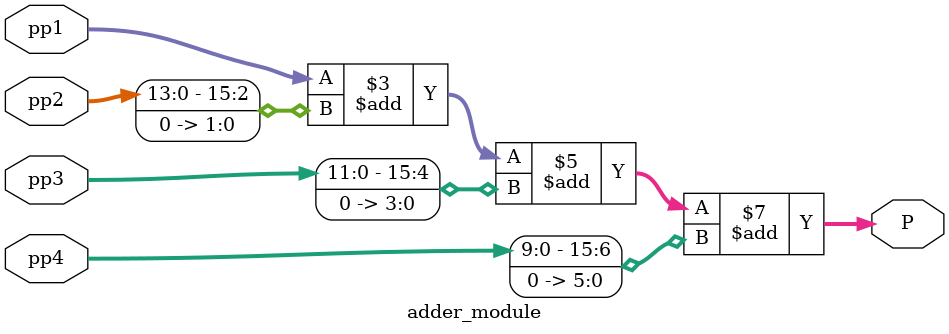
<source format=v>
`timescale 1ns / 1ps


module adder_module(
    input signed [15:0] pp1, pp2, pp3, pp4, 
    output reg signed [15:0] P       
);
    always @(*) begin
        P = pp1 + (pp2 << 2) + (pp3 << 4) + (pp4 << 6);
    end
endmodule

</source>
